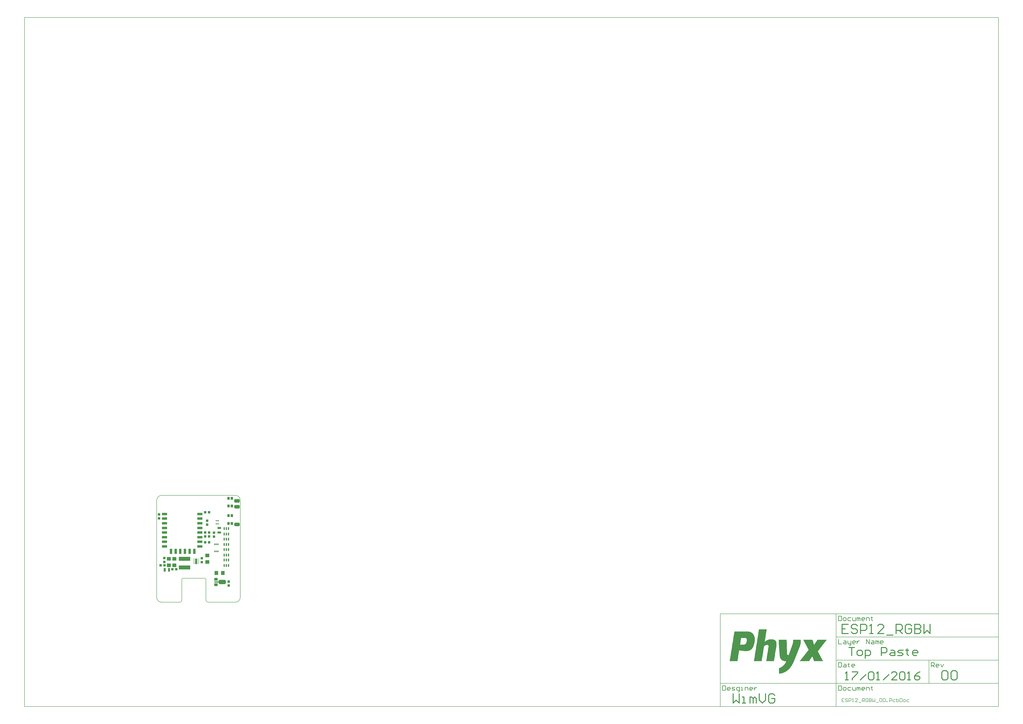
<source format=gtp>
G04 Layer_Color=8421504*
%FSLAX25Y25*%
%MOIN*%
G70*
G01*
G75*
%ADD13R,0.04331X0.03937*%
%ADD14R,0.03937X0.04331*%
%ADD15R,0.01181X0.02362*%
%ADD16R,0.03543X0.05906*%
%ADD17R,0.08858X0.03937*%
%ADD18R,0.03937X0.08858*%
%ADD19R,0.19685X0.07087*%
%ADD20R,0.03307X0.09449*%
%ADD21R,0.01969X0.00984*%
%ADD22R,0.02362X0.04528*%
%ADD23R,0.05512X0.02362*%
%ADD24R,0.07087X0.02362*%
G04:AMPARAMS|DCode=25|XSize=74.8mil|YSize=125.98mil|CornerRadius=0mil|HoleSize=0mil|Usage=FLASHONLY|Rotation=90.000|XOffset=0mil|YOffset=0mil|HoleType=Round|Shape=Octagon|*
%AMOCTAGOND25*
4,1,8,-0.06299,-0.01870,-0.06299,0.01870,-0.04429,0.03740,0.04429,0.03740,0.06299,0.01870,0.06299,-0.01870,0.04429,-0.03740,-0.04429,-0.03740,-0.06299,-0.01870,0.0*
%
%ADD25OCTAGOND25*%

%ADD26R,0.05906X0.02756*%
%ADD27R,0.01181X0.03150*%
%ADD29R,0.05906X0.03543*%
%ADD30R,0.07087X0.06299*%
%ADD31R,0.06299X0.07087*%
%ADD32R,0.04134X0.04528*%
G04:AMPARAMS|DCode=33|XSize=90.55mil|YSize=59.06mil|CornerRadius=14.76mil|HoleSize=0mil|Usage=FLASHONLY|Rotation=180.000|XOffset=0mil|YOffset=0mil|HoleType=Round|Shape=RoundedRectangle|*
%AMROUNDEDRECTD33*
21,1,0.09055,0.02953,0,0,180.0*
21,1,0.06102,0.05906,0,0,180.0*
1,1,0.02953,-0.03051,0.01476*
1,1,0.02953,0.03051,0.01476*
1,1,0.02953,0.03051,-0.01476*
1,1,0.02953,-0.03051,-0.01476*
%
%ADD33ROUNDEDRECTD33*%
%ADD34C,0.00984*%
%ADD35C,0.01575*%
%ADD36C,0.00787*%
G36*
X1093521Y-64032D02*
Y-64318D01*
Y-64605D01*
Y-64891D01*
Y-65177D01*
Y-65464D01*
Y-65750D01*
Y-66036D01*
Y-66322D01*
Y-66609D01*
Y-66895D01*
Y-67181D01*
Y-67468D01*
Y-67754D01*
Y-68040D01*
Y-68327D01*
Y-68613D01*
Y-68899D01*
Y-69186D01*
Y-69472D01*
Y-69758D01*
X1093234D01*
Y-70044D01*
Y-70331D01*
Y-70617D01*
Y-70903D01*
Y-71190D01*
X1092948D01*
Y-71476D01*
Y-71762D01*
Y-72049D01*
Y-72335D01*
X1092662D01*
Y-72621D01*
Y-72908D01*
Y-73194D01*
Y-73480D01*
X1092375D01*
Y-73767D01*
Y-74053D01*
Y-74339D01*
X1092089D01*
Y-74625D01*
Y-74912D01*
Y-75198D01*
X1091803D01*
Y-75485D01*
Y-75771D01*
Y-76057D01*
X1091516D01*
Y-76343D01*
Y-76630D01*
Y-76916D01*
X1091230D01*
Y-77202D01*
Y-77489D01*
X1090944D01*
Y-77775D01*
Y-78061D01*
X1090657D01*
Y-78348D01*
Y-78634D01*
Y-78920D01*
X1090371D01*
Y-79207D01*
Y-79493D01*
X1090085D01*
Y-79779D01*
Y-80066D01*
Y-80352D01*
X1089799D01*
Y-80638D01*
Y-80924D01*
X1089512D01*
Y-81211D01*
Y-81497D01*
Y-81783D01*
X1089226D01*
Y-82070D01*
Y-82356D01*
X1088939D01*
Y-82642D01*
Y-82929D01*
Y-83215D01*
X1088653D01*
Y-83501D01*
Y-83788D01*
X1088367D01*
Y-84074D01*
Y-84360D01*
Y-84646D01*
X1088081D01*
Y-84933D01*
Y-85219D01*
X1087794D01*
Y-85505D01*
Y-85792D01*
Y-86078D01*
X1087508D01*
Y-86364D01*
Y-86651D01*
X1087222D01*
Y-86937D01*
Y-87223D01*
Y-87510D01*
X1086935D01*
Y-87796D01*
Y-88082D01*
X1086649D01*
Y-88369D01*
Y-88655D01*
Y-88941D01*
X1086363D01*
Y-89227D01*
Y-89514D01*
X1086076D01*
Y-89800D01*
Y-90086D01*
Y-90373D01*
X1085790D01*
Y-90659D01*
Y-90945D01*
X1085504D01*
Y-91232D01*
Y-91518D01*
Y-91804D01*
X1085217D01*
Y-92091D01*
Y-92377D01*
X1084931D01*
Y-92663D01*
Y-92950D01*
Y-93236D01*
X1084645D01*
Y-93522D01*
Y-93809D01*
X1084359D01*
Y-94095D01*
Y-94381D01*
Y-94667D01*
X1084072D01*
Y-94954D01*
Y-95240D01*
X1083786D01*
Y-95526D01*
Y-95813D01*
Y-96099D01*
X1083500D01*
Y-96385D01*
Y-96672D01*
X1083213D01*
Y-96958D01*
Y-97244D01*
Y-97531D01*
X1082927D01*
Y-97817D01*
Y-98103D01*
X1082641D01*
Y-98390D01*
Y-98676D01*
Y-98962D01*
X1082354D01*
Y-99248D01*
Y-99535D01*
X1082068D01*
Y-99821D01*
Y-100107D01*
Y-100394D01*
X1081782D01*
Y-100680D01*
Y-100966D01*
X1081495D01*
Y-101253D01*
Y-101539D01*
X1081209D01*
Y-101825D01*
Y-102112D01*
X1080923D01*
Y-102398D01*
Y-102684D01*
Y-102971D01*
X1080637D01*
Y-103257D01*
X1080350D01*
Y-103543D01*
Y-103829D01*
Y-104116D01*
X1080064D01*
Y-104402D01*
X1079778D01*
Y-104688D01*
Y-104975D01*
X1079491D01*
Y-105261D01*
Y-105547D01*
X1079205D01*
Y-105834D01*
Y-106120D01*
X1078919D01*
Y-106406D01*
Y-106693D01*
X1078632D01*
Y-106979D01*
X1078346D01*
Y-107265D01*
Y-107552D01*
X1078060D01*
Y-107838D01*
Y-108124D01*
X1077773D01*
Y-108410D01*
X1077487D01*
Y-108697D01*
X1077201D01*
Y-108983D01*
Y-109269D01*
X1076914D01*
Y-109556D01*
X1076628D01*
Y-109842D01*
Y-110128D01*
X1076342D01*
Y-110415D01*
X1076056D01*
Y-110701D01*
X1075769D01*
Y-110987D01*
Y-111274D01*
X1075483D01*
Y-111560D01*
X1075196D01*
Y-111846D01*
X1074910D01*
Y-112133D01*
X1074624D01*
Y-112419D01*
X1074338D01*
Y-112705D01*
Y-112991D01*
X1074051D01*
Y-113278D01*
X1073765D01*
Y-113564D01*
X1073479D01*
Y-113850D01*
X1073192D01*
Y-114137D01*
X1072906D01*
Y-114423D01*
X1072620D01*
Y-114709D01*
X1072333D01*
Y-114996D01*
X1071761D01*
Y-115282D01*
X1071474D01*
Y-115568D01*
X1071188D01*
Y-115855D01*
X1070902D01*
Y-116141D01*
X1070615D01*
Y-116427D01*
X1070043D01*
Y-116714D01*
X1069757D01*
Y-117000D01*
X1069184D01*
Y-117286D01*
X1068898D01*
Y-117572D01*
X1068325D01*
Y-117859D01*
X1068039D01*
Y-118145D01*
X1067466D01*
Y-118431D01*
X1066893D01*
Y-118718D01*
X1066321D01*
Y-119004D01*
X1065748D01*
Y-119290D01*
X1065176D01*
Y-119577D01*
X1064317D01*
Y-119863D01*
X1063744D01*
Y-120149D01*
X1062885D01*
Y-120436D01*
X1061740D01*
Y-120722D01*
X1060595D01*
Y-121008D01*
X1058877D01*
Y-121294D01*
X1056872D01*
Y-121581D01*
X1056586D01*
Y-121294D01*
Y-121008D01*
Y-120722D01*
Y-120436D01*
Y-120149D01*
Y-119863D01*
Y-119577D01*
Y-119290D01*
Y-119004D01*
Y-118718D01*
Y-118431D01*
Y-118145D01*
Y-117859D01*
Y-117572D01*
Y-117286D01*
Y-117000D01*
Y-116714D01*
Y-116427D01*
Y-116141D01*
Y-115855D01*
Y-115568D01*
Y-115282D01*
Y-114996D01*
Y-114709D01*
Y-114423D01*
Y-114137D01*
Y-113850D01*
Y-113564D01*
Y-113278D01*
Y-112991D01*
Y-112705D01*
Y-112419D01*
Y-112133D01*
X1057159D01*
Y-111846D01*
X1057731D01*
Y-111560D01*
X1058304D01*
Y-111274D01*
X1058877D01*
Y-110987D01*
X1059449D01*
Y-110701D01*
X1060022D01*
Y-110415D01*
X1060308D01*
Y-110128D01*
X1060881D01*
Y-109842D01*
X1061167D01*
Y-109556D01*
X1061740D01*
Y-109269D01*
X1062026D01*
Y-108983D01*
X1062312D01*
Y-108697D01*
X1062885D01*
Y-108410D01*
X1063171D01*
Y-108124D01*
X1063458D01*
Y-107838D01*
X1063744D01*
Y-107552D01*
X1064030D01*
Y-107265D01*
X1064317D01*
Y-106979D01*
X1064603D01*
Y-106693D01*
X1064889D01*
Y-106406D01*
X1065176D01*
Y-106120D01*
X1065462D01*
Y-105834D01*
X1065748D01*
Y-105547D01*
X1066035D01*
Y-105261D01*
Y-104975D01*
X1066321D01*
Y-104688D01*
X1066607D01*
Y-104402D01*
X1066893D01*
Y-104116D01*
Y-103829D01*
X1067180D01*
Y-103543D01*
X1067466D01*
Y-103257D01*
Y-102971D01*
X1067752D01*
Y-102684D01*
Y-102398D01*
X1068039D01*
Y-102112D01*
X1068325D01*
Y-101825D01*
Y-101539D01*
X1068611D01*
Y-101253D01*
Y-100966D01*
X1068898D01*
Y-100680D01*
Y-100394D01*
X1067180D01*
Y-100107D01*
X1065176D01*
Y-99821D01*
X1064030D01*
Y-99535D01*
X1063458D01*
Y-99248D01*
X1062599D01*
Y-98962D01*
X1062026D01*
Y-98676D01*
X1061740D01*
Y-98390D01*
X1061167D01*
Y-98103D01*
X1060881D01*
Y-97817D01*
X1060595D01*
Y-97531D01*
X1060308D01*
Y-97244D01*
X1060022D01*
Y-96958D01*
X1059736D01*
Y-96672D01*
Y-96385D01*
X1059449D01*
Y-96099D01*
X1059163D01*
Y-95813D01*
Y-95526D01*
X1058877D01*
Y-95240D01*
Y-94954D01*
X1058590D01*
Y-94667D01*
Y-94381D01*
X1058304D01*
Y-94095D01*
Y-93809D01*
Y-93522D01*
X1058018D01*
Y-93236D01*
Y-92950D01*
Y-92663D01*
Y-92377D01*
X1057731D01*
Y-92091D01*
Y-91804D01*
Y-91518D01*
Y-91232D01*
Y-90945D01*
Y-90659D01*
Y-90373D01*
X1057445D01*
Y-90086D01*
Y-89800D01*
Y-89514D01*
Y-89227D01*
Y-88941D01*
Y-88655D01*
Y-88369D01*
Y-88082D01*
Y-87796D01*
Y-87510D01*
Y-87223D01*
Y-86937D01*
Y-86651D01*
Y-86364D01*
Y-86078D01*
X1057159D01*
Y-85792D01*
Y-85505D01*
Y-85219D01*
Y-84933D01*
Y-84646D01*
Y-84360D01*
Y-84074D01*
Y-83788D01*
Y-83501D01*
Y-83215D01*
Y-82929D01*
Y-82642D01*
Y-82356D01*
Y-82070D01*
Y-81783D01*
X1056872D01*
Y-81497D01*
Y-81211D01*
Y-80924D01*
Y-80638D01*
Y-80352D01*
Y-80066D01*
Y-79779D01*
Y-79493D01*
Y-79207D01*
Y-78920D01*
Y-78634D01*
Y-78348D01*
Y-78061D01*
Y-77775D01*
Y-77489D01*
Y-77202D01*
X1056586D01*
Y-76916D01*
Y-76630D01*
Y-76343D01*
Y-76057D01*
Y-75771D01*
Y-75485D01*
Y-75198D01*
Y-74912D01*
Y-74625D01*
Y-74339D01*
Y-74053D01*
Y-73767D01*
Y-73480D01*
Y-73194D01*
Y-72908D01*
Y-72621D01*
X1056300D01*
Y-72335D01*
Y-72049D01*
Y-71762D01*
Y-71476D01*
Y-71190D01*
Y-70903D01*
Y-70617D01*
Y-70331D01*
Y-70044D01*
Y-69758D01*
Y-69472D01*
Y-69186D01*
Y-68899D01*
Y-68613D01*
X1056014D01*
Y-68327D01*
Y-68040D01*
Y-67754D01*
Y-67468D01*
Y-67181D01*
Y-66895D01*
Y-66609D01*
Y-66322D01*
Y-66036D01*
Y-65750D01*
Y-65464D01*
Y-65177D01*
Y-64891D01*
Y-64605D01*
Y-64318D01*
Y-64032D01*
X1055727D01*
Y-63746D01*
X1069470D01*
Y-64032D01*
Y-64318D01*
Y-64605D01*
Y-64891D01*
Y-65177D01*
Y-65464D01*
Y-65750D01*
Y-66036D01*
Y-66322D01*
Y-66609D01*
Y-66895D01*
Y-67181D01*
Y-67468D01*
Y-67754D01*
X1069757D01*
Y-68040D01*
Y-68327D01*
Y-68613D01*
Y-68899D01*
Y-69186D01*
Y-69472D01*
Y-69758D01*
Y-70044D01*
Y-70331D01*
Y-70617D01*
Y-70903D01*
Y-71190D01*
Y-71476D01*
Y-71762D01*
Y-72049D01*
Y-72335D01*
Y-72621D01*
Y-72908D01*
Y-73194D01*
Y-73480D01*
Y-73767D01*
Y-74053D01*
Y-74339D01*
Y-74625D01*
Y-74912D01*
Y-75198D01*
Y-75485D01*
Y-75771D01*
Y-76057D01*
Y-76343D01*
Y-76630D01*
Y-76916D01*
Y-77202D01*
Y-77489D01*
Y-77775D01*
Y-78061D01*
Y-78348D01*
Y-78634D01*
Y-78920D01*
Y-79207D01*
Y-79493D01*
X1070043D01*
Y-79779D01*
X1069757D01*
Y-80066D01*
Y-80352D01*
X1070043D01*
Y-80638D01*
Y-80924D01*
Y-81211D01*
Y-81497D01*
Y-81783D01*
Y-82070D01*
Y-82356D01*
Y-82642D01*
Y-82929D01*
Y-83215D01*
Y-83501D01*
Y-83788D01*
Y-84074D01*
Y-84360D01*
Y-84646D01*
Y-84933D01*
Y-85219D01*
Y-85505D01*
Y-85792D01*
Y-86078D01*
Y-86364D01*
Y-86651D01*
Y-86937D01*
Y-87223D01*
Y-87510D01*
Y-87796D01*
X1070329D01*
Y-88082D01*
Y-88369D01*
Y-88655D01*
X1070615D01*
Y-88941D01*
X1070902D01*
Y-89227D01*
X1071188D01*
Y-89514D01*
X1072047D01*
Y-89800D01*
X1072906D01*
Y-89514D01*
X1073192D01*
Y-89227D01*
Y-88941D01*
Y-88655D01*
X1073479D01*
Y-88369D01*
Y-88082D01*
X1073765D01*
Y-87796D01*
Y-87510D01*
Y-87223D01*
X1074051D01*
Y-86937D01*
Y-86651D01*
Y-86364D01*
X1074338D01*
Y-86078D01*
Y-85792D01*
Y-85505D01*
X1074624D01*
Y-85219D01*
Y-84933D01*
Y-84646D01*
X1074910D01*
Y-84360D01*
Y-84074D01*
X1075196D01*
Y-83788D01*
Y-83501D01*
Y-83215D01*
X1075483D01*
Y-82929D01*
Y-82642D01*
Y-82356D01*
X1075769D01*
Y-82070D01*
Y-81783D01*
Y-81497D01*
X1076056D01*
Y-81211D01*
Y-80924D01*
X1076342D01*
Y-80638D01*
Y-80352D01*
Y-80066D01*
X1076628D01*
Y-79779D01*
Y-79493D01*
Y-79207D01*
X1076914D01*
Y-78920D01*
Y-78634D01*
Y-78348D01*
X1077201D01*
Y-78061D01*
Y-77775D01*
X1077487D01*
Y-77489D01*
Y-77202D01*
Y-76916D01*
X1077773D01*
Y-76630D01*
Y-76343D01*
Y-76057D01*
X1078060D01*
Y-75771D01*
Y-75485D01*
Y-75198D01*
X1078346D01*
Y-74912D01*
Y-74625D01*
X1078632D01*
Y-74339D01*
Y-74053D01*
Y-73767D01*
X1078919D01*
Y-73480D01*
Y-73194D01*
Y-72908D01*
X1079205D01*
Y-72621D01*
Y-72335D01*
Y-72049D01*
X1079491D01*
Y-71762D01*
Y-71476D01*
Y-71190D01*
Y-70903D01*
X1079778D01*
Y-70617D01*
Y-70331D01*
Y-70044D01*
Y-69758D01*
X1080064D01*
Y-69472D01*
Y-69186D01*
Y-68899D01*
Y-68613D01*
Y-68327D01*
X1080350D01*
Y-68040D01*
Y-67754D01*
Y-67468D01*
Y-67181D01*
Y-66895D01*
Y-66609D01*
X1080637D01*
Y-66322D01*
Y-66036D01*
Y-65750D01*
Y-65464D01*
Y-65177D01*
Y-64891D01*
Y-64605D01*
Y-64318D01*
Y-64032D01*
Y-63746D01*
X1093521D01*
Y-64032D01*
D02*
G37*
G36*
X1035685Y-46567D02*
Y-46853D01*
X1035399D01*
Y-47139D01*
Y-47426D01*
Y-47712D01*
Y-47998D01*
Y-48285D01*
Y-48571D01*
X1035113D01*
Y-48857D01*
Y-49144D01*
Y-49430D01*
Y-49716D01*
Y-50003D01*
Y-50289D01*
X1034826D01*
Y-50575D01*
Y-50862D01*
Y-51148D01*
Y-51434D01*
Y-51720D01*
Y-52007D01*
Y-52293D01*
X1034540D01*
Y-52579D01*
Y-52866D01*
Y-53152D01*
Y-53438D01*
Y-53725D01*
Y-54011D01*
X1034254D01*
Y-54297D01*
Y-54584D01*
Y-54870D01*
Y-55156D01*
Y-55443D01*
Y-55729D01*
X1033967D01*
Y-56015D01*
Y-56301D01*
Y-56588D01*
Y-56874D01*
Y-57161D01*
Y-57447D01*
Y-57733D01*
X1033681D01*
Y-58019D01*
Y-58306D01*
Y-58592D01*
Y-58878D01*
Y-59165D01*
Y-59451D01*
X1033395D01*
Y-59737D01*
Y-60024D01*
Y-60310D01*
Y-60596D01*
Y-60883D01*
Y-61169D01*
X1033109D01*
Y-61455D01*
Y-61742D01*
Y-62028D01*
Y-62314D01*
Y-62600D01*
Y-62887D01*
X1032822D01*
Y-63173D01*
Y-63459D01*
Y-63746D01*
Y-64032D01*
Y-64318D01*
Y-64605D01*
Y-64891D01*
X1032536D01*
Y-65177D01*
Y-65464D01*
Y-65750D01*
Y-66036D01*
Y-66322D01*
Y-66609D01*
X1032250D01*
Y-66895D01*
Y-67181D01*
X1032822D01*
Y-66895D01*
X1033109D01*
Y-66609D01*
X1033395D01*
Y-66322D01*
X1033967D01*
Y-66036D01*
X1034254D01*
Y-65750D01*
X1034540D01*
Y-65464D01*
X1035113D01*
Y-65177D01*
X1035685D01*
Y-64891D01*
X1035972D01*
Y-64605D01*
X1036544D01*
Y-64318D01*
X1037403D01*
Y-64032D01*
X1037976D01*
Y-63746D01*
X1038835D01*
Y-63459D01*
X1040266D01*
Y-63173D01*
X1046565D01*
Y-63459D01*
X1047711D01*
Y-63746D01*
X1048569D01*
Y-64032D01*
X1049142D01*
Y-64318D01*
X1049428D01*
Y-64605D01*
X1050001D01*
Y-64891D01*
X1050287D01*
Y-65177D01*
X1050574D01*
Y-65464D01*
X1050860D01*
Y-65750D01*
X1051146D01*
Y-66036D01*
Y-66322D01*
X1051433D01*
Y-66609D01*
Y-66895D01*
X1051719D01*
Y-67181D01*
Y-67468D01*
Y-67754D01*
X1052005D01*
Y-68040D01*
Y-68327D01*
Y-68613D01*
Y-68899D01*
X1052291D01*
Y-69186D01*
Y-69472D01*
Y-69758D01*
Y-70044D01*
Y-70331D01*
Y-70617D01*
Y-70903D01*
Y-71190D01*
Y-71476D01*
Y-71762D01*
Y-72049D01*
Y-72335D01*
Y-72621D01*
Y-72908D01*
Y-73194D01*
Y-73480D01*
Y-73767D01*
Y-74053D01*
X1052005D01*
Y-74339D01*
Y-74625D01*
Y-74912D01*
Y-75198D01*
Y-75485D01*
Y-75771D01*
Y-76057D01*
X1051719D01*
Y-76343D01*
Y-76630D01*
Y-76916D01*
Y-77202D01*
Y-77489D01*
Y-77775D01*
Y-78061D01*
X1051433D01*
Y-78348D01*
Y-78634D01*
Y-78920D01*
Y-79207D01*
Y-79493D01*
Y-79779D01*
X1051146D01*
Y-80066D01*
Y-80352D01*
Y-80638D01*
Y-80924D01*
Y-81211D01*
Y-81497D01*
X1050860D01*
Y-81783D01*
Y-82070D01*
Y-82356D01*
Y-82642D01*
Y-82929D01*
Y-83215D01*
X1050574D01*
Y-83501D01*
Y-83788D01*
Y-84074D01*
Y-84360D01*
Y-84646D01*
Y-84933D01*
Y-85219D01*
X1050287D01*
Y-85505D01*
Y-85792D01*
Y-86078D01*
Y-86364D01*
Y-86651D01*
Y-86937D01*
X1050001D01*
Y-87223D01*
Y-87510D01*
Y-87796D01*
Y-88082D01*
Y-88369D01*
Y-88655D01*
X1049715D01*
Y-88941D01*
Y-89227D01*
Y-89514D01*
Y-89800D01*
Y-90086D01*
Y-90373D01*
Y-90659D01*
X1049428D01*
Y-90945D01*
Y-91232D01*
Y-91518D01*
Y-91804D01*
Y-92091D01*
Y-92377D01*
X1049142D01*
Y-92663D01*
Y-92950D01*
Y-93236D01*
Y-93522D01*
Y-93809D01*
Y-94095D01*
X1048856D01*
Y-94381D01*
Y-94667D01*
Y-94954D01*
Y-95240D01*
Y-95526D01*
Y-95813D01*
X1048569D01*
Y-96099D01*
Y-96385D01*
Y-96672D01*
Y-96958D01*
Y-97244D01*
Y-97531D01*
Y-97817D01*
X1048283D01*
Y-98103D01*
Y-98390D01*
Y-98676D01*
Y-98962D01*
Y-99248D01*
Y-99535D01*
X1047997D01*
Y-99821D01*
Y-100107D01*
X1034826D01*
Y-99821D01*
Y-99535D01*
X1035113D01*
Y-99248D01*
Y-98962D01*
Y-98676D01*
Y-98390D01*
Y-98103D01*
Y-97817D01*
X1035399D01*
Y-97531D01*
Y-97244D01*
Y-96958D01*
Y-96672D01*
Y-96385D01*
Y-96099D01*
Y-95813D01*
X1035685D01*
Y-95526D01*
Y-95240D01*
Y-94954D01*
Y-94667D01*
Y-94381D01*
Y-94095D01*
X1035972D01*
Y-93809D01*
Y-93522D01*
Y-93236D01*
Y-92950D01*
Y-92663D01*
Y-92377D01*
X1036258D01*
Y-92091D01*
Y-91804D01*
Y-91518D01*
Y-91232D01*
Y-90945D01*
Y-90659D01*
Y-90373D01*
X1036544D01*
Y-90086D01*
Y-89800D01*
Y-89514D01*
Y-89227D01*
Y-88941D01*
Y-88655D01*
X1036831D01*
Y-88369D01*
Y-88082D01*
Y-87796D01*
Y-87510D01*
Y-87223D01*
Y-86937D01*
Y-86651D01*
X1037117D01*
Y-86364D01*
Y-86078D01*
Y-85792D01*
Y-85505D01*
Y-85219D01*
Y-84933D01*
X1037403D01*
Y-84646D01*
Y-84360D01*
Y-84074D01*
Y-83788D01*
Y-83501D01*
Y-83215D01*
X1037689D01*
Y-82929D01*
Y-82642D01*
Y-82356D01*
Y-82070D01*
Y-81783D01*
Y-81497D01*
X1037976D01*
Y-81211D01*
Y-80924D01*
Y-80638D01*
Y-80352D01*
Y-80066D01*
Y-79779D01*
Y-79493D01*
X1038262D01*
Y-79207D01*
Y-78920D01*
Y-78634D01*
Y-78348D01*
Y-78061D01*
Y-77775D01*
X1038548D01*
Y-77489D01*
Y-77202D01*
Y-76916D01*
Y-76630D01*
Y-76343D01*
Y-76057D01*
Y-75771D01*
X1038835D01*
Y-75485D01*
Y-75198D01*
Y-74912D01*
Y-74625D01*
Y-74339D01*
Y-74053D01*
X1038548D01*
Y-73767D01*
Y-73480D01*
X1038262D01*
Y-73194D01*
X1037976D01*
Y-72908D01*
X1037403D01*
Y-72621D01*
X1035685D01*
Y-72908D01*
X1034254D01*
Y-73194D01*
X1033395D01*
Y-73480D01*
X1032822D01*
Y-73767D01*
X1032536D01*
Y-74053D01*
X1031963D01*
Y-74339D01*
X1031677D01*
Y-74625D01*
X1031391D01*
Y-74912D01*
Y-75198D01*
X1031104D01*
Y-75485D01*
Y-75771D01*
Y-76057D01*
X1030818D01*
Y-76343D01*
Y-76630D01*
Y-76916D01*
Y-77202D01*
Y-77489D01*
Y-77775D01*
X1030532D01*
Y-78061D01*
Y-78348D01*
Y-78634D01*
Y-78920D01*
Y-79207D01*
Y-79493D01*
Y-79779D01*
X1030245D01*
Y-80066D01*
Y-80352D01*
Y-80638D01*
Y-80924D01*
Y-81211D01*
Y-81497D01*
X1029959D01*
Y-81783D01*
Y-82070D01*
Y-82356D01*
Y-82642D01*
Y-82929D01*
Y-83215D01*
X1029673D01*
Y-83501D01*
Y-83788D01*
Y-84074D01*
Y-84360D01*
Y-84646D01*
Y-84933D01*
X1029387D01*
Y-85219D01*
Y-85505D01*
Y-85792D01*
Y-86078D01*
Y-86364D01*
Y-86651D01*
Y-86937D01*
X1029100D01*
Y-87223D01*
Y-87510D01*
Y-87796D01*
Y-88082D01*
Y-88369D01*
Y-88655D01*
X1028814D01*
Y-88941D01*
Y-89227D01*
Y-89514D01*
Y-89800D01*
Y-90086D01*
Y-90373D01*
X1028528D01*
Y-90659D01*
Y-90945D01*
Y-91232D01*
Y-91518D01*
Y-91804D01*
Y-92091D01*
Y-92377D01*
X1028241D01*
Y-92663D01*
Y-92950D01*
Y-93236D01*
Y-93522D01*
Y-93809D01*
Y-94095D01*
X1027955D01*
Y-94381D01*
Y-94667D01*
Y-94954D01*
Y-95240D01*
Y-95526D01*
Y-95813D01*
X1027669D01*
Y-96099D01*
Y-96385D01*
Y-96672D01*
Y-96958D01*
Y-97244D01*
Y-97531D01*
X1027382D01*
Y-97817D01*
Y-98103D01*
Y-98390D01*
Y-98676D01*
Y-98962D01*
Y-99248D01*
Y-99535D01*
X1027096D01*
Y-99821D01*
Y-100107D01*
X1013926D01*
Y-99821D01*
Y-99535D01*
X1014212D01*
Y-99248D01*
Y-98962D01*
Y-98676D01*
Y-98390D01*
Y-98103D01*
Y-97817D01*
Y-97531D01*
X1014498D01*
Y-97244D01*
Y-96958D01*
Y-96672D01*
Y-96385D01*
Y-96099D01*
Y-95813D01*
X1014785D01*
Y-95526D01*
Y-95240D01*
Y-94954D01*
Y-94667D01*
Y-94381D01*
Y-94095D01*
X1015071D01*
Y-93809D01*
Y-93522D01*
Y-93236D01*
Y-92950D01*
Y-92663D01*
Y-92377D01*
Y-92091D01*
X1015357D01*
Y-91804D01*
Y-91518D01*
Y-91232D01*
Y-90945D01*
Y-90659D01*
Y-90373D01*
X1015643D01*
Y-90086D01*
Y-89800D01*
Y-89514D01*
Y-89227D01*
Y-88941D01*
Y-88655D01*
X1015930D01*
Y-88369D01*
Y-88082D01*
Y-87796D01*
Y-87510D01*
Y-87223D01*
Y-86937D01*
X1016216D01*
Y-86651D01*
Y-86364D01*
Y-86078D01*
Y-85792D01*
Y-85505D01*
Y-85219D01*
Y-84933D01*
X1016502D01*
Y-84646D01*
Y-84360D01*
Y-84074D01*
Y-83788D01*
Y-83501D01*
Y-83215D01*
X1016789D01*
Y-82929D01*
Y-82642D01*
Y-82356D01*
Y-82070D01*
Y-81783D01*
Y-81497D01*
X1017075D01*
Y-81211D01*
Y-80924D01*
Y-80638D01*
Y-80352D01*
Y-80066D01*
Y-79779D01*
Y-79493D01*
X1017361D01*
Y-79207D01*
Y-78920D01*
Y-78634D01*
Y-78348D01*
Y-78061D01*
Y-77775D01*
X1017648D01*
Y-77489D01*
Y-77202D01*
Y-76916D01*
Y-76630D01*
Y-76343D01*
Y-76057D01*
X1017934D01*
Y-75771D01*
Y-75485D01*
Y-75198D01*
Y-74912D01*
Y-74625D01*
Y-74339D01*
X1018220D01*
Y-74053D01*
Y-73767D01*
Y-73480D01*
Y-73194D01*
Y-72908D01*
Y-72621D01*
Y-72335D01*
X1018507D01*
Y-72049D01*
Y-71762D01*
Y-71476D01*
Y-71190D01*
Y-70903D01*
Y-70617D01*
X1018793D01*
Y-70331D01*
Y-70044D01*
Y-69758D01*
Y-69472D01*
Y-69186D01*
Y-68899D01*
X1019079D01*
Y-68613D01*
Y-68327D01*
Y-68040D01*
Y-67754D01*
Y-67468D01*
Y-67181D01*
X1019366D01*
Y-66895D01*
Y-66609D01*
Y-66322D01*
Y-66036D01*
Y-65750D01*
Y-65464D01*
Y-65177D01*
X1019652D01*
Y-64891D01*
Y-64605D01*
Y-64318D01*
Y-64032D01*
Y-63746D01*
Y-63459D01*
X1019938D01*
Y-63173D01*
Y-62887D01*
Y-62600D01*
Y-62314D01*
Y-62028D01*
Y-61742D01*
X1020224D01*
Y-61455D01*
Y-61169D01*
Y-60883D01*
Y-60596D01*
Y-60310D01*
Y-60024D01*
Y-59737D01*
X1020511D01*
Y-59451D01*
Y-59165D01*
Y-58878D01*
Y-58592D01*
Y-58306D01*
Y-58019D01*
X1020797D01*
Y-57733D01*
Y-57447D01*
Y-57161D01*
Y-56874D01*
Y-56588D01*
Y-56301D01*
X1021083D01*
Y-56015D01*
Y-55729D01*
Y-55443D01*
Y-55156D01*
Y-54870D01*
Y-54584D01*
X1021370D01*
Y-54297D01*
Y-54011D01*
Y-53725D01*
Y-53438D01*
Y-53152D01*
Y-52866D01*
Y-52579D01*
X1021656D01*
Y-52293D01*
Y-52007D01*
Y-51720D01*
Y-51434D01*
Y-51148D01*
Y-50862D01*
X1021942D01*
Y-50575D01*
Y-50289D01*
Y-50003D01*
Y-49716D01*
Y-49430D01*
Y-49144D01*
X1022229D01*
Y-48857D01*
Y-48571D01*
Y-48285D01*
Y-47998D01*
Y-47712D01*
Y-47426D01*
Y-47139D01*
X1022515D01*
Y-46853D01*
Y-46567D01*
Y-46281D01*
X1035685D01*
Y-46567D01*
D02*
G37*
G36*
X1004477Y-50003D02*
X1006195D01*
Y-50289D01*
X1007054D01*
Y-50575D01*
X1007913D01*
Y-50862D01*
X1008772D01*
Y-51148D01*
X1009345D01*
Y-51434D01*
X1009631D01*
Y-51720D01*
X1010203D01*
Y-52007D01*
X1010490D01*
Y-52293D01*
X1011062D01*
Y-52579D01*
X1011349D01*
Y-52866D01*
X1011635D01*
Y-53152D01*
X1011921D01*
Y-53438D01*
X1012208D01*
Y-53725D01*
X1012494D01*
Y-54011D01*
X1012780D01*
Y-54297D01*
Y-54584D01*
X1013067D01*
Y-54870D01*
X1013353D01*
Y-55156D01*
Y-55443D01*
X1013639D01*
Y-55729D01*
X1013926D01*
Y-56015D01*
Y-56301D01*
X1014212D01*
Y-56588D01*
Y-56874D01*
Y-57161D01*
X1014498D01*
Y-57447D01*
Y-57733D01*
Y-58019D01*
X1014785D01*
Y-58306D01*
Y-58592D01*
Y-58878D01*
Y-59165D01*
X1015071D01*
Y-59451D01*
Y-59737D01*
Y-60024D01*
Y-60310D01*
Y-60596D01*
X1015357D01*
Y-60883D01*
Y-61169D01*
Y-61455D01*
Y-61742D01*
Y-62028D01*
Y-62314D01*
Y-62600D01*
Y-62887D01*
Y-63173D01*
Y-63459D01*
Y-63746D01*
Y-64032D01*
Y-64318D01*
Y-64605D01*
Y-64891D01*
Y-65177D01*
Y-65464D01*
Y-65750D01*
Y-66036D01*
Y-66322D01*
X1015071D01*
Y-66609D01*
Y-66895D01*
Y-67181D01*
Y-67468D01*
Y-67754D01*
Y-68040D01*
Y-68327D01*
X1014785D01*
Y-68613D01*
Y-68899D01*
Y-69186D01*
Y-69472D01*
Y-69758D01*
X1014498D01*
Y-70044D01*
Y-70331D01*
Y-70617D01*
Y-70903D01*
Y-71190D01*
X1014212D01*
Y-71476D01*
Y-71762D01*
Y-72049D01*
X1013926D01*
Y-72335D01*
Y-72621D01*
Y-72908D01*
Y-73194D01*
X1013639D01*
Y-73480D01*
Y-73767D01*
Y-74053D01*
X1013353D01*
Y-74339D01*
Y-74625D01*
X1013067D01*
Y-74912D01*
Y-75198D01*
Y-75485D01*
X1012780D01*
Y-75771D01*
Y-76057D01*
X1012494D01*
Y-76343D01*
Y-76630D01*
X1012208D01*
Y-76916D01*
Y-77202D01*
X1011921D01*
Y-77489D01*
X1011635D01*
Y-77775D01*
Y-78061D01*
X1011349D01*
Y-78348D01*
X1011062D01*
Y-78634D01*
X1010776D01*
Y-78920D01*
Y-79207D01*
X1010490D01*
Y-79493D01*
X1010203D01*
Y-79779D01*
X1009917D01*
Y-80066D01*
X1009631D01*
Y-80352D01*
X1009345D01*
Y-80638D01*
X1008772D01*
Y-80924D01*
X1008486D01*
Y-81211D01*
X1007913D01*
Y-81497D01*
X1007627D01*
Y-81783D01*
X1007054D01*
Y-82070D01*
X1006195D01*
Y-82356D01*
X1005336D01*
Y-82642D01*
X1004477D01*
Y-82929D01*
X1002759D01*
Y-83215D01*
X997606D01*
Y-82929D01*
X995029D01*
Y-82642D01*
X993025D01*
Y-82356D01*
X991593D01*
Y-82070D01*
X990162D01*
Y-81783D01*
X988730D01*
Y-82070D01*
Y-82356D01*
Y-82642D01*
Y-82929D01*
Y-83215D01*
Y-83501D01*
Y-83788D01*
X988444D01*
Y-84074D01*
Y-84360D01*
Y-84646D01*
Y-84933D01*
Y-85219D01*
Y-85505D01*
X988157D01*
Y-85792D01*
Y-86078D01*
Y-86364D01*
Y-86651D01*
Y-86937D01*
Y-87223D01*
X987871D01*
Y-87510D01*
Y-87796D01*
Y-88082D01*
Y-88369D01*
Y-88655D01*
Y-88941D01*
Y-89227D01*
X987585D01*
Y-89514D01*
Y-89800D01*
Y-90086D01*
Y-90373D01*
Y-90659D01*
Y-90945D01*
X987298D01*
Y-91232D01*
Y-91518D01*
Y-91804D01*
Y-92091D01*
Y-92377D01*
Y-92663D01*
X987012D01*
Y-92950D01*
Y-93236D01*
Y-93522D01*
Y-93809D01*
Y-94095D01*
Y-94381D01*
Y-94667D01*
X986726D01*
Y-94954D01*
Y-95240D01*
Y-95526D01*
Y-95813D01*
Y-96099D01*
Y-96385D01*
X986440D01*
Y-96672D01*
Y-96958D01*
Y-97244D01*
Y-97531D01*
Y-97817D01*
Y-98103D01*
X986153D01*
Y-98390D01*
Y-98676D01*
Y-98962D01*
Y-99248D01*
Y-99535D01*
Y-99821D01*
Y-100107D01*
X972696D01*
Y-99821D01*
X972983D01*
Y-99535D01*
Y-99248D01*
Y-98962D01*
Y-98676D01*
Y-98390D01*
X973269D01*
Y-98103D01*
Y-97817D01*
Y-97531D01*
Y-97244D01*
Y-96958D01*
Y-96672D01*
Y-96385D01*
X973555D01*
Y-96099D01*
Y-95813D01*
Y-95526D01*
Y-95240D01*
Y-94954D01*
Y-94667D01*
X973842D01*
Y-94381D01*
Y-94095D01*
Y-93809D01*
Y-93522D01*
Y-93236D01*
Y-92950D01*
X974128D01*
Y-92663D01*
Y-92377D01*
Y-92091D01*
Y-91804D01*
Y-91518D01*
Y-91232D01*
Y-90945D01*
X974414D01*
Y-90659D01*
Y-90373D01*
Y-90086D01*
Y-89800D01*
Y-89514D01*
Y-89227D01*
X974701D01*
Y-88941D01*
Y-88655D01*
Y-88369D01*
Y-88082D01*
Y-87796D01*
Y-87510D01*
X974987D01*
Y-87223D01*
Y-86937D01*
Y-86651D01*
Y-86364D01*
Y-86078D01*
Y-85792D01*
X975273D01*
Y-85505D01*
Y-85219D01*
Y-84933D01*
Y-84646D01*
Y-84360D01*
Y-84074D01*
Y-83788D01*
X975560D01*
Y-83501D01*
Y-83215D01*
Y-82929D01*
Y-82642D01*
Y-82356D01*
Y-82070D01*
X975846D01*
Y-81783D01*
Y-81497D01*
Y-81211D01*
Y-80924D01*
Y-80638D01*
Y-80352D01*
X976132D01*
Y-80066D01*
Y-79779D01*
Y-79493D01*
Y-79207D01*
Y-78920D01*
Y-78634D01*
X976419D01*
Y-78348D01*
Y-78061D01*
Y-77775D01*
Y-77489D01*
Y-77202D01*
Y-76916D01*
Y-76630D01*
X976705D01*
Y-76343D01*
Y-76057D01*
Y-75771D01*
Y-75485D01*
Y-75198D01*
Y-74912D01*
X976991D01*
Y-74625D01*
Y-74339D01*
Y-74053D01*
Y-73767D01*
Y-73480D01*
Y-73194D01*
X977277D01*
Y-72908D01*
Y-72621D01*
Y-72335D01*
Y-72049D01*
Y-71762D01*
Y-71476D01*
Y-71190D01*
X977564D01*
Y-70903D01*
Y-70617D01*
Y-70331D01*
Y-70044D01*
Y-69758D01*
Y-69472D01*
X977850D01*
Y-69186D01*
Y-68899D01*
Y-68613D01*
Y-68327D01*
Y-68040D01*
Y-67754D01*
X978137D01*
Y-67468D01*
Y-67181D01*
Y-66895D01*
Y-66609D01*
Y-66322D01*
Y-66036D01*
X978423D01*
Y-65750D01*
Y-65464D01*
Y-65177D01*
Y-64891D01*
Y-64605D01*
Y-64318D01*
Y-64032D01*
X978709D01*
Y-63746D01*
Y-63459D01*
Y-63173D01*
Y-62887D01*
Y-62600D01*
Y-62314D01*
X978995D01*
Y-62028D01*
Y-61742D01*
Y-61455D01*
Y-61169D01*
Y-60883D01*
Y-60596D01*
X979282D01*
Y-60310D01*
Y-60024D01*
Y-59737D01*
Y-59451D01*
Y-59165D01*
Y-58878D01*
Y-58592D01*
X979568D01*
Y-58306D01*
Y-58019D01*
Y-57733D01*
Y-57447D01*
Y-57161D01*
Y-56874D01*
X979854D01*
Y-56588D01*
Y-56301D01*
Y-56015D01*
Y-55729D01*
Y-55443D01*
Y-55156D01*
X980141D01*
Y-54870D01*
Y-54584D01*
Y-54297D01*
Y-54011D01*
Y-53725D01*
Y-53438D01*
Y-53152D01*
X980427D01*
Y-52866D01*
Y-52579D01*
Y-52293D01*
Y-52007D01*
Y-51720D01*
Y-51434D01*
X980713D01*
Y-51148D01*
Y-50862D01*
Y-50575D01*
Y-50289D01*
Y-50003D01*
Y-49716D01*
X1004477D01*
Y-50003D01*
D02*
G37*
G36*
X1137613Y-64032D02*
X1137326D01*
Y-64318D01*
X1137040D01*
Y-64605D01*
Y-64891D01*
X1136754D01*
Y-65177D01*
X1136467D01*
Y-65464D01*
X1136181D01*
Y-65750D01*
Y-66036D01*
X1135895D01*
Y-66322D01*
X1135608D01*
Y-66609D01*
X1135322D01*
Y-66895D01*
X1135036D01*
Y-67181D01*
Y-67468D01*
X1134750D01*
Y-67754D01*
X1134463D01*
Y-68040D01*
X1134177D01*
Y-68327D01*
Y-68613D01*
X1133891D01*
Y-68899D01*
X1133604D01*
Y-69186D01*
X1133318D01*
Y-69472D01*
X1133032D01*
Y-69758D01*
Y-70044D01*
X1132745D01*
Y-70331D01*
X1132459D01*
Y-70617D01*
X1132173D01*
Y-70903D01*
Y-71190D01*
X1131886D01*
Y-71476D01*
X1131600D01*
Y-71762D01*
X1131314D01*
Y-72049D01*
Y-72335D01*
X1131028D01*
Y-72621D01*
X1130741D01*
Y-72908D01*
X1130455D01*
Y-73194D01*
X1130169D01*
Y-73480D01*
Y-73767D01*
X1129882D01*
Y-74053D01*
X1129596D01*
Y-74339D01*
X1129310D01*
Y-74625D01*
Y-74912D01*
X1129023D01*
Y-75198D01*
X1128737D01*
Y-75485D01*
X1128451D01*
Y-75771D01*
Y-76057D01*
X1128164D01*
Y-76343D01*
X1127878D01*
Y-76630D01*
X1127592D01*
Y-76916D01*
X1127306D01*
Y-77202D01*
Y-77489D01*
X1127019D01*
Y-77775D01*
X1126733D01*
Y-78061D01*
X1126447D01*
Y-78348D01*
Y-78634D01*
X1126160D01*
Y-78920D01*
X1125874D01*
Y-79207D01*
X1125588D01*
Y-79493D01*
Y-79779D01*
X1125301D01*
Y-80066D01*
X1125015D01*
Y-80352D01*
X1124729D01*
Y-80638D01*
X1124442D01*
Y-80924D01*
Y-81211D01*
X1124156D01*
Y-81497D01*
X1123870D01*
Y-81783D01*
X1123583D01*
Y-82070D01*
Y-82356D01*
X1123297D01*
Y-82642D01*
X1123011D01*
Y-82929D01*
X1122725D01*
Y-83215D01*
X1122438D01*
Y-83501D01*
Y-83788D01*
X1122725D01*
Y-84074D01*
Y-84360D01*
X1123011D01*
Y-84646D01*
Y-84933D01*
X1123297D01*
Y-85219D01*
X1123583D01*
Y-85505D01*
Y-85792D01*
X1123870D01*
Y-86078D01*
Y-86364D01*
X1124156D01*
Y-86651D01*
Y-86937D01*
X1124442D01*
Y-87223D01*
Y-87510D01*
X1124729D01*
Y-87796D01*
Y-88082D01*
X1125015D01*
Y-88369D01*
Y-88655D01*
X1125301D01*
Y-88941D01*
Y-89227D01*
X1125588D01*
Y-89514D01*
Y-89800D01*
X1125874D01*
Y-90086D01*
X1126160D01*
Y-90373D01*
Y-90659D01*
X1126447D01*
Y-90945D01*
Y-91232D01*
X1126733D01*
Y-91518D01*
Y-91804D01*
X1127019D01*
Y-92091D01*
Y-92377D01*
X1127306D01*
Y-92663D01*
Y-92950D01*
X1127592D01*
Y-93236D01*
Y-93522D01*
X1127878D01*
Y-93809D01*
Y-94095D01*
X1128164D01*
Y-94381D01*
X1128451D01*
Y-94667D01*
Y-94954D01*
X1128737D01*
Y-95240D01*
Y-95526D01*
X1129023D01*
Y-95813D01*
Y-96099D01*
X1129310D01*
Y-96385D01*
Y-96672D01*
X1129596D01*
Y-96958D01*
Y-97244D01*
X1129882D01*
Y-97531D01*
Y-97817D01*
X1130169D01*
Y-98103D01*
Y-98390D01*
X1130455D01*
Y-98676D01*
X1130741D01*
Y-98962D01*
Y-99248D01*
X1131028D01*
Y-99535D01*
Y-99821D01*
X1131314D01*
Y-100107D01*
X1116139D01*
Y-99821D01*
X1115853D01*
Y-99535D01*
Y-99248D01*
Y-98962D01*
X1115567D01*
Y-98676D01*
Y-98390D01*
Y-98103D01*
X1115280D01*
Y-97817D01*
Y-97531D01*
X1114994D01*
Y-97244D01*
Y-96958D01*
Y-96672D01*
X1114708D01*
Y-96385D01*
Y-96099D01*
Y-95813D01*
X1114421D01*
Y-95526D01*
Y-95240D01*
X1114135D01*
Y-94954D01*
Y-94667D01*
Y-94381D01*
X1113849D01*
Y-94095D01*
Y-93809D01*
Y-93522D01*
X1113562D01*
Y-93236D01*
Y-92950D01*
Y-92663D01*
X1113276D01*
Y-92377D01*
X1112704D01*
Y-92663D01*
Y-92950D01*
X1112417D01*
Y-93236D01*
X1112131D01*
Y-93522D01*
Y-93809D01*
X1111845D01*
Y-94095D01*
X1111558D01*
Y-94381D01*
Y-94667D01*
X1111272D01*
Y-94954D01*
X1110986D01*
Y-95240D01*
Y-95526D01*
X1110699D01*
Y-95813D01*
X1110413D01*
Y-96099D01*
X1110127D01*
Y-96385D01*
Y-96672D01*
X1109840D01*
Y-96958D01*
X1109554D01*
Y-97244D01*
Y-97531D01*
X1109268D01*
Y-97817D01*
X1108981D01*
Y-98103D01*
Y-98390D01*
X1108695D01*
Y-98676D01*
X1108409D01*
Y-98962D01*
Y-99248D01*
X1108123D01*
Y-99535D01*
X1107836D01*
Y-99821D01*
Y-100107D01*
X1091803D01*
Y-99821D01*
X1092089D01*
Y-99535D01*
X1092375D01*
Y-99248D01*
X1092662D01*
Y-98962D01*
X1092948D01*
Y-98676D01*
Y-98390D01*
X1093234D01*
Y-98103D01*
X1093521D01*
Y-97817D01*
X1093807D01*
Y-97531D01*
X1094093D01*
Y-97244D01*
Y-96958D01*
X1094380D01*
Y-96672D01*
X1094666D01*
Y-96385D01*
X1094952D01*
Y-96099D01*
Y-95813D01*
X1095238D01*
Y-95526D01*
X1095525D01*
Y-95240D01*
X1095811D01*
Y-94954D01*
X1096097D01*
Y-94667D01*
Y-94381D01*
X1096384D01*
Y-94095D01*
X1096670D01*
Y-93809D01*
X1096956D01*
Y-93522D01*
X1097243D01*
Y-93236D01*
Y-92950D01*
X1097529D01*
Y-92663D01*
X1097815D01*
Y-92377D01*
X1098102D01*
Y-92091D01*
Y-91804D01*
X1098388D01*
Y-91518D01*
X1098674D01*
Y-91232D01*
X1098960D01*
Y-90945D01*
X1099247D01*
Y-90659D01*
Y-90373D01*
X1099533D01*
Y-90086D01*
X1099819D01*
Y-89800D01*
X1100106D01*
Y-89514D01*
Y-89227D01*
X1100392D01*
Y-88941D01*
X1100678D01*
Y-88655D01*
X1100965D01*
Y-88369D01*
X1101251D01*
Y-88082D01*
Y-87796D01*
X1101537D01*
Y-87510D01*
X1101824D01*
Y-87223D01*
X1102110D01*
Y-86937D01*
Y-86651D01*
X1102396D01*
Y-86364D01*
X1102683D01*
Y-86078D01*
X1102969D01*
Y-85792D01*
X1103255D01*
Y-85505D01*
Y-85219D01*
X1103541D01*
Y-84933D01*
X1103828D01*
Y-84646D01*
X1104114D01*
Y-84360D01*
X1104400D01*
Y-84074D01*
Y-83788D01*
X1104687D01*
Y-83501D01*
X1104973D01*
Y-83215D01*
X1105259D01*
Y-82929D01*
Y-82642D01*
X1105546D01*
Y-82356D01*
X1105832D01*
Y-82070D01*
X1106118D01*
Y-81783D01*
X1106405D01*
Y-81497D01*
Y-81211D01*
X1106691D01*
Y-80924D01*
Y-80638D01*
Y-80352D01*
X1106405D01*
Y-80066D01*
X1106118D01*
Y-79779D01*
Y-79493D01*
X1105832D01*
Y-79207D01*
Y-78920D01*
X1105546D01*
Y-78634D01*
Y-78348D01*
X1105259D01*
Y-78061D01*
Y-77775D01*
X1104973D01*
Y-77489D01*
Y-77202D01*
X1104687D01*
Y-76916D01*
Y-76630D01*
X1104400D01*
Y-76343D01*
X1104114D01*
Y-76057D01*
Y-75771D01*
X1103828D01*
Y-75485D01*
Y-75198D01*
X1103541D01*
Y-74912D01*
Y-74625D01*
X1103255D01*
Y-74339D01*
Y-74053D01*
X1102969D01*
Y-73767D01*
Y-73480D01*
X1102683D01*
Y-73194D01*
Y-72908D01*
X1102396D01*
Y-72621D01*
X1102110D01*
Y-72335D01*
Y-72049D01*
X1101824D01*
Y-71762D01*
Y-71476D01*
X1101537D01*
Y-71190D01*
Y-70903D01*
X1101251D01*
Y-70617D01*
Y-70331D01*
X1100965D01*
Y-70044D01*
Y-69758D01*
X1100678D01*
Y-69472D01*
Y-69186D01*
X1100392D01*
Y-68899D01*
Y-68613D01*
X1100106D01*
Y-68327D01*
X1099819D01*
Y-68040D01*
Y-67754D01*
X1099533D01*
Y-67468D01*
Y-67181D01*
X1099247D01*
Y-66895D01*
Y-66609D01*
X1098960D01*
Y-66322D01*
Y-66036D01*
X1098674D01*
Y-65750D01*
Y-65464D01*
X1098388D01*
Y-65177D01*
Y-64891D01*
X1098102D01*
Y-64605D01*
X1097815D01*
Y-64318D01*
Y-64032D01*
X1097529D01*
Y-63746D01*
X1113276D01*
Y-64032D01*
X1113562D01*
Y-64318D01*
Y-64605D01*
Y-64891D01*
X1113849D01*
Y-65177D01*
Y-65464D01*
Y-65750D01*
X1114135D01*
Y-66036D01*
Y-66322D01*
Y-66609D01*
X1114421D01*
Y-66895D01*
Y-67181D01*
Y-67468D01*
X1114708D01*
Y-67754D01*
Y-68040D01*
Y-68327D01*
X1114994D01*
Y-68613D01*
Y-68899D01*
Y-69186D01*
X1115280D01*
Y-69472D01*
Y-69758D01*
Y-70044D01*
X1115567D01*
Y-70331D01*
Y-70617D01*
Y-70903D01*
X1115853D01*
Y-71190D01*
Y-71476D01*
Y-71762D01*
Y-72049D01*
X1116426D01*
Y-71762D01*
X1116712D01*
Y-71476D01*
X1116998D01*
Y-71190D01*
Y-70903D01*
X1117284D01*
Y-70617D01*
X1117571D01*
Y-70331D01*
Y-70044D01*
X1117857D01*
Y-69758D01*
X1118143D01*
Y-69472D01*
Y-69186D01*
X1118430D01*
Y-68899D01*
X1118716D01*
Y-68613D01*
Y-68327D01*
X1119002D01*
Y-68040D01*
X1119289D01*
Y-67754D01*
Y-67468D01*
X1119575D01*
Y-67181D01*
X1119861D01*
Y-66895D01*
Y-66609D01*
X1120148D01*
Y-66322D01*
X1120434D01*
Y-66036D01*
Y-65750D01*
X1120720D01*
Y-65464D01*
X1121007D01*
Y-65177D01*
Y-64891D01*
X1121293D01*
Y-64605D01*
X1121579D01*
Y-64318D01*
Y-64032D01*
X1121865D01*
Y-63746D01*
X1137613D01*
Y-64032D01*
D02*
G37*
%LPC*%
G36*
X1000183Y-60883D02*
X992166D01*
Y-61169D01*
Y-61455D01*
Y-61742D01*
Y-62028D01*
Y-62314D01*
X991879D01*
Y-62600D01*
Y-62887D01*
Y-63173D01*
Y-63459D01*
Y-63746D01*
Y-64032D01*
X991593D01*
Y-64318D01*
Y-64605D01*
Y-64891D01*
Y-65177D01*
Y-65464D01*
Y-65750D01*
X991307D01*
Y-66036D01*
Y-66322D01*
Y-66609D01*
Y-66895D01*
Y-67181D01*
Y-67468D01*
X991020D01*
Y-67754D01*
Y-68040D01*
Y-68327D01*
Y-68613D01*
Y-68899D01*
Y-69186D01*
Y-69472D01*
X990734D01*
Y-69758D01*
Y-70044D01*
Y-70331D01*
Y-70617D01*
Y-70903D01*
Y-71190D01*
X990448D01*
Y-71476D01*
Y-71762D01*
Y-72049D01*
X997606D01*
Y-71762D01*
X998751D01*
Y-71476D01*
X999324D01*
Y-71190D01*
X999610D01*
Y-70903D01*
X999896D01*
Y-70617D01*
X1000183D01*
Y-70331D01*
X1000469D01*
Y-70044D01*
Y-69758D01*
X1000755D01*
Y-69472D01*
Y-69186D01*
X1001042D01*
Y-68899D01*
Y-68613D01*
X1001328D01*
Y-68327D01*
Y-68040D01*
Y-67754D01*
Y-67468D01*
X1001614D01*
Y-67181D01*
Y-66895D01*
Y-66609D01*
Y-66322D01*
Y-66036D01*
X1001900D01*
Y-65750D01*
Y-65464D01*
Y-65177D01*
Y-64891D01*
Y-64605D01*
Y-64318D01*
Y-64032D01*
Y-63746D01*
Y-63459D01*
Y-63173D01*
Y-62887D01*
X1001614D01*
Y-62600D01*
Y-62314D01*
X1001328D01*
Y-62028D01*
Y-61742D01*
X1001042D01*
Y-61455D01*
X1000755D01*
Y-61169D01*
X1000183D01*
Y-60883D01*
D02*
G37*
%LPD*%
D13*
X33267Y55905D02*
D03*
X26575D02*
D03*
X82284Y101575D02*
D03*
X88977D02*
D03*
X13189Y62598D02*
D03*
X6496D02*
D03*
X82087Y152559D02*
D03*
X88780D02*
D03*
X88976Y111417D02*
D03*
X82283D02*
D03*
X88976Y118110D02*
D03*
X82283D02*
D03*
D14*
X97244Y111221D02*
D03*
Y117914D02*
D03*
X85630Y131496D02*
D03*
Y138189D02*
D03*
X3937Y149015D02*
D03*
Y142323D02*
D03*
X122048Y28149D02*
D03*
Y34842D02*
D03*
X76378Y67913D02*
D03*
Y74606D02*
D03*
X12992Y68307D02*
D03*
Y75000D02*
D03*
D15*
X104921Y132776D02*
D03*
X100984D02*
D03*
Y138091D02*
D03*
X102953D02*
D03*
X104921D02*
D03*
X102953Y132776D02*
D03*
D16*
X20866Y54724D02*
D03*
X13386D02*
D03*
D17*
X73327Y94488D02*
D03*
Y102362D02*
D03*
Y110236D02*
D03*
Y118110D02*
D03*
Y125984D02*
D03*
Y133858D02*
D03*
Y141732D02*
D03*
Y149606D02*
D03*
X13287D02*
D03*
Y141732D02*
D03*
Y133858D02*
D03*
Y125984D02*
D03*
Y118110D02*
D03*
Y110236D02*
D03*
Y102362D02*
D03*
Y94488D02*
D03*
D18*
X24287Y86288D02*
D03*
X32087D02*
D03*
X39887D02*
D03*
X47887D02*
D03*
X55687D02*
D03*
X63687D02*
D03*
D19*
X47244Y73425D02*
D03*
Y58858D02*
D03*
D20*
X66929Y69291D02*
D03*
D21*
X63189Y67323D02*
D03*
Y65354D02*
D03*
Y69291D02*
D03*
Y71260D02*
D03*
Y73228D02*
D03*
X70669D02*
D03*
Y71260D02*
D03*
Y69291D02*
D03*
Y65354D02*
D03*
Y67323D02*
D03*
D22*
X118110Y115453D02*
D03*
X121850Y124705D02*
D03*
X118110D02*
D03*
X114370D02*
D03*
Y115453D02*
D03*
X121850D02*
D03*
X118110Y97736D02*
D03*
X121850Y106988D02*
D03*
X118110D02*
D03*
X114370D02*
D03*
Y97736D02*
D03*
X121850D02*
D03*
X118110Y80020D02*
D03*
X121850Y89272D02*
D03*
X118110D02*
D03*
X114370D02*
D03*
Y80020D02*
D03*
X121850D02*
D03*
X118110Y62303D02*
D03*
X121850Y71555D02*
D03*
X118110D02*
D03*
X114370D02*
D03*
Y62303D02*
D03*
X121850D02*
D03*
D23*
X100394Y40157D02*
D03*
Y28346D02*
D03*
D24*
X101181Y34252D02*
D03*
D25*
X111024D02*
D03*
D26*
X100394Y30512D02*
D03*
Y37992D02*
D03*
D27*
X100197Y98228D02*
D03*
X104134D02*
D03*
Y86024D02*
D03*
X98228D02*
D03*
X100197D02*
D03*
X102165D02*
D03*
Y98228D02*
D03*
X98228D02*
D03*
D29*
X106299Y118307D02*
D03*
Y125787D02*
D03*
D30*
X20472Y62598D02*
D03*
Y73622D02*
D03*
X29921Y62598D02*
D03*
Y73622D02*
D03*
X85827Y68110D02*
D03*
Y79134D02*
D03*
D31*
X101181Y49606D02*
D03*
X112205D02*
D03*
D32*
X121949Y133563D02*
D03*
X127657D02*
D03*
X121949Y146752D02*
D03*
X127657D02*
D03*
X121949Y163091D02*
D03*
X127657D02*
D03*
X121949Y176279D02*
D03*
X127657D02*
D03*
D33*
X136221Y161791D02*
D03*
Y171791D02*
D03*
Y131791D02*
D03*
D34*
X1157480Y-141735D02*
Y-149606D01*
X1161416D01*
X1162728Y-148294D01*
Y-143047D01*
X1161416Y-141735D01*
X1157480D01*
X1166664Y-149606D02*
X1169287D01*
X1170599Y-148294D01*
Y-145671D01*
X1169287Y-144359D01*
X1166664D01*
X1165352Y-145671D01*
Y-148294D01*
X1166664Y-149606D01*
X1178471Y-144359D02*
X1174535D01*
X1173223Y-145671D01*
Y-148294D01*
X1174535Y-149606D01*
X1178471D01*
X1181095Y-144359D02*
Y-148294D01*
X1182407Y-149606D01*
X1186342D01*
Y-144359D01*
X1188966Y-149606D02*
Y-144359D01*
X1190278D01*
X1191590Y-145671D01*
Y-149606D01*
Y-145671D01*
X1192902Y-144359D01*
X1194214Y-145671D01*
Y-149606D01*
X1200774D02*
X1198150D01*
X1196838Y-148294D01*
Y-145671D01*
X1198150Y-144359D01*
X1200774D01*
X1202085Y-145671D01*
Y-146983D01*
X1196838D01*
X1204709Y-149606D02*
Y-144359D01*
X1208645D01*
X1209957Y-145671D01*
Y-149606D01*
X1213893Y-143047D02*
Y-144359D01*
X1212581D01*
X1215205D01*
X1213893D01*
Y-148294D01*
X1215205Y-149606D01*
X1157480Y-102365D02*
Y-110236D01*
X1161416D01*
X1162728Y-108924D01*
Y-103677D01*
X1161416Y-102365D01*
X1157480D01*
X1166664Y-104989D02*
X1169287D01*
X1170599Y-106300D01*
Y-110236D01*
X1166664D01*
X1165352Y-108924D01*
X1166664Y-107612D01*
X1170599D01*
X1174535Y-103677D02*
Y-104989D01*
X1173223D01*
X1175847D01*
X1174535D01*
Y-108924D01*
X1175847Y-110236D01*
X1183719D02*
X1181095D01*
X1179783Y-108924D01*
Y-106300D01*
X1181095Y-104989D01*
X1183719D01*
X1185030Y-106300D01*
Y-107612D01*
X1179783D01*
X1157480Y-62995D02*
Y-70866D01*
X1162728D01*
X1166664Y-65618D02*
X1169287D01*
X1170599Y-66930D01*
Y-70866D01*
X1166664D01*
X1165352Y-69554D01*
X1166664Y-68242D01*
X1170599D01*
X1173223Y-65618D02*
Y-69554D01*
X1174535Y-70866D01*
X1178471D01*
Y-72178D01*
X1177159Y-73490D01*
X1175847D01*
X1178471Y-70866D02*
Y-65618D01*
X1185030Y-70866D02*
X1182407D01*
X1181095Y-69554D01*
Y-66930D01*
X1182407Y-65618D01*
X1185030D01*
X1186342Y-66930D01*
Y-68242D01*
X1181095D01*
X1188966Y-65618D02*
Y-70866D01*
Y-68242D01*
X1190278Y-66930D01*
X1191590Y-65618D01*
X1192902D01*
X1204709Y-70866D02*
Y-62995D01*
X1209957Y-70866D01*
Y-62995D01*
X1213893Y-65618D02*
X1216516D01*
X1217828Y-66930D01*
Y-70866D01*
X1213893D01*
X1212581Y-69554D01*
X1213893Y-68242D01*
X1217828D01*
X1220452Y-70866D02*
Y-65618D01*
X1221764D01*
X1223076Y-66930D01*
Y-70866D01*
Y-66930D01*
X1224388Y-65618D01*
X1225700Y-66930D01*
Y-70866D01*
X1232259D02*
X1229636D01*
X1228324Y-69554D01*
Y-66930D01*
X1229636Y-65618D01*
X1232259D01*
X1233571Y-66930D01*
Y-68242D01*
X1228324D01*
X1157480Y-23625D02*
Y-31496D01*
X1161416D01*
X1162728Y-30184D01*
Y-24937D01*
X1161416Y-23625D01*
X1157480D01*
X1166664Y-31496D02*
X1169287D01*
X1170599Y-30184D01*
Y-27560D01*
X1169287Y-26248D01*
X1166664D01*
X1165352Y-27560D01*
Y-30184D01*
X1166664Y-31496D01*
X1178471Y-26248D02*
X1174535D01*
X1173223Y-27560D01*
Y-30184D01*
X1174535Y-31496D01*
X1178471D01*
X1181095Y-26248D02*
Y-30184D01*
X1182407Y-31496D01*
X1186342D01*
Y-26248D01*
X1188966Y-31496D02*
Y-26248D01*
X1190278D01*
X1191590Y-27560D01*
Y-31496D01*
Y-27560D01*
X1192902Y-26248D01*
X1194214Y-27560D01*
Y-31496D01*
X1200774D02*
X1198150D01*
X1196838Y-30184D01*
Y-27560D01*
X1198150Y-26248D01*
X1200774D01*
X1202085Y-27560D01*
Y-28872D01*
X1196838D01*
X1204709Y-31496D02*
Y-26248D01*
X1208645D01*
X1209957Y-27560D01*
Y-31496D01*
X1213893Y-24937D02*
Y-26248D01*
X1212581D01*
X1215205D01*
X1213893D01*
Y-30184D01*
X1215205Y-31496D01*
X960630Y-141735D02*
Y-149606D01*
X964566D01*
X965878Y-148294D01*
Y-143047D01*
X964566Y-141735D01*
X960630D01*
X972437Y-149606D02*
X969813D01*
X968501Y-148294D01*
Y-145671D01*
X969813Y-144359D01*
X972437D01*
X973749Y-145671D01*
Y-146983D01*
X968501D01*
X976373Y-149606D02*
X980309D01*
X981621Y-148294D01*
X980309Y-146983D01*
X977685D01*
X976373Y-145671D01*
X977685Y-144359D01*
X981621D01*
X986868Y-152230D02*
X988180D01*
X989492Y-150918D01*
Y-144359D01*
X985556D01*
X984244Y-145671D01*
Y-148294D01*
X985556Y-149606D01*
X989492D01*
X992116D02*
X994740D01*
X993428D01*
Y-144359D01*
X992116D01*
X998675Y-149606D02*
Y-144359D01*
X1002611D01*
X1003923Y-145671D01*
Y-149606D01*
X1010483D02*
X1007859D01*
X1006547Y-148294D01*
Y-145671D01*
X1007859Y-144359D01*
X1010483D01*
X1011794Y-145671D01*
Y-146983D01*
X1006547D01*
X1014418Y-144359D02*
Y-149606D01*
Y-146983D01*
X1015730Y-145671D01*
X1017042Y-144359D01*
X1018354D01*
X1314961Y-110236D02*
Y-102365D01*
X1318896D01*
X1320208Y-103677D01*
Y-106300D01*
X1318896Y-107612D01*
X1314961D01*
X1317584D02*
X1320208Y-110236D01*
X1326768D02*
X1324144D01*
X1322832Y-108924D01*
Y-106300D01*
X1324144Y-104989D01*
X1326768D01*
X1328080Y-106300D01*
Y-107612D01*
X1322832D01*
X1330704Y-104989D02*
X1333327Y-110236D01*
X1335951Y-104989D01*
D35*
X1175197Y-76776D02*
X1184380D01*
X1179789D01*
Y-90551D01*
X1191268D02*
X1195860D01*
X1198155Y-88255D01*
Y-83664D01*
X1195860Y-81368D01*
X1191268D01*
X1188972Y-83664D01*
Y-88255D01*
X1191268Y-90551D01*
X1202747Y-95143D02*
Y-81368D01*
X1209635D01*
X1211930Y-83664D01*
Y-88255D01*
X1209635Y-90551D01*
X1202747D01*
X1230297D02*
Y-76776D01*
X1237185D01*
X1239481Y-79072D01*
Y-83664D01*
X1237185Y-85960D01*
X1230297D01*
X1246368Y-81368D02*
X1250960D01*
X1253256Y-83664D01*
Y-90551D01*
X1246368D01*
X1244072Y-88255D01*
X1246368Y-85960D01*
X1253256D01*
X1257847Y-90551D02*
X1264735D01*
X1267031Y-88255D01*
X1264735Y-85960D01*
X1260143D01*
X1257847Y-83664D01*
X1260143Y-81368D01*
X1267031D01*
X1273918Y-79072D02*
Y-81368D01*
X1271622D01*
X1276214D01*
X1273918D01*
Y-88255D01*
X1276214Y-90551D01*
X1289989D02*
X1285398D01*
X1283102Y-88255D01*
Y-83664D01*
X1285398Y-81368D01*
X1289989D01*
X1292285Y-83664D01*
Y-85960D01*
X1283102D01*
X1173881Y-37407D02*
X1163386D01*
Y-53150D01*
X1173881D01*
X1163386Y-45278D02*
X1168633D01*
X1189624Y-40031D02*
X1187000Y-37407D01*
X1181753D01*
X1179129Y-40031D01*
Y-42654D01*
X1181753Y-45278D01*
X1187000D01*
X1189624Y-47902D01*
Y-50526D01*
X1187000Y-53150D01*
X1181753D01*
X1179129Y-50526D01*
X1194872Y-53150D02*
Y-37407D01*
X1202743D01*
X1205367Y-40031D01*
Y-45278D01*
X1202743Y-47902D01*
X1194872D01*
X1210615Y-53150D02*
X1215862D01*
X1213239D01*
Y-37407D01*
X1210615Y-40031D01*
X1234229Y-53150D02*
X1223734D01*
X1234229Y-42654D01*
Y-40031D01*
X1231605Y-37407D01*
X1226358D01*
X1223734Y-40031D01*
X1239477Y-55773D02*
X1249972D01*
X1255220Y-53150D02*
Y-37407D01*
X1263091D01*
X1265715Y-40031D01*
Y-45278D01*
X1263091Y-47902D01*
X1255220D01*
X1260467D02*
X1265715Y-53150D01*
X1281458Y-40031D02*
X1278834Y-37407D01*
X1273586D01*
X1270963Y-40031D01*
Y-50526D01*
X1273586Y-53150D01*
X1278834D01*
X1281458Y-50526D01*
Y-45278D01*
X1276210D01*
X1286705Y-37407D02*
Y-53150D01*
X1294577D01*
X1297201Y-50526D01*
Y-47902D01*
X1294577Y-45278D01*
X1286705D01*
X1294577D01*
X1297201Y-42654D01*
Y-40031D01*
X1294577Y-37407D01*
X1286705D01*
X1302448D02*
Y-53150D01*
X1307696Y-47902D01*
X1312944Y-53150D01*
Y-37407D01*
X1169291Y-131890D02*
X1173883D01*
X1171587D01*
Y-118115D01*
X1169291Y-120411D01*
X1180771Y-118115D02*
X1189954D01*
Y-120411D01*
X1180771Y-129594D01*
Y-131890D01*
X1194546D02*
X1203729Y-122706D01*
X1208321Y-120411D02*
X1210617Y-118115D01*
X1215208D01*
X1217504Y-120411D01*
Y-129594D01*
X1215208Y-131890D01*
X1210617D01*
X1208321Y-129594D01*
Y-120411D01*
X1222096Y-131890D02*
X1226688D01*
X1224392D01*
Y-118115D01*
X1222096Y-120411D01*
X1233575Y-131890D02*
X1242758Y-122706D01*
X1256534Y-131890D02*
X1247350D01*
X1256534Y-122706D01*
Y-120411D01*
X1254238Y-118115D01*
X1249646D01*
X1247350Y-120411D01*
X1261125D02*
X1263421Y-118115D01*
X1268013D01*
X1270309Y-120411D01*
Y-129594D01*
X1268013Y-131890D01*
X1263421D01*
X1261125Y-129594D01*
Y-120411D01*
X1274900Y-131890D02*
X1279492D01*
X1277196D01*
Y-118115D01*
X1274900Y-120411D01*
X1295563Y-118115D02*
X1290971Y-120411D01*
X1286380Y-125002D01*
Y-129594D01*
X1288675Y-131890D01*
X1293267D01*
X1295563Y-129594D01*
Y-127298D01*
X1293267Y-125002D01*
X1286380D01*
X1332677Y-118771D02*
X1335301Y-116147D01*
X1340549D01*
X1343172Y-118771D01*
Y-129266D01*
X1340549Y-131890D01*
X1335301D01*
X1332677Y-129266D01*
Y-118771D01*
X1348420D02*
X1351044Y-116147D01*
X1356292D01*
X1358915Y-118771D01*
Y-129266D01*
X1356292Y-131890D01*
X1351044D01*
X1348420Y-129266D01*
Y-118771D01*
X978347Y-155517D02*
Y-171260D01*
X983594Y-166012D01*
X988842Y-171260D01*
Y-155517D01*
X994089Y-171260D02*
X999337D01*
X996713D01*
Y-160765D01*
X994089D01*
X1007209Y-171260D02*
Y-160765D01*
X1009832D01*
X1012456Y-163388D01*
Y-171260D01*
Y-163388D01*
X1015080Y-160765D01*
X1017704Y-163388D01*
Y-171260D01*
X1022952Y-155517D02*
Y-166012D01*
X1028199Y-171260D01*
X1033447Y-166012D01*
Y-155517D01*
X1049190Y-158141D02*
X1046566Y-155517D01*
X1041318D01*
X1038694Y-158141D01*
Y-168636D01*
X1041318Y-171260D01*
X1046566D01*
X1049190Y-168636D01*
Y-163388D01*
X1043942D01*
D36*
X0Y7874D02*
G03*
X7874Y0I7874J0D01*
G01*
Y181102D02*
G03*
X0Y173228I0J-7874D01*
G01*
X141732D02*
G03*
X133858Y181102I-7874J-0D01*
G01*
Y0D02*
G03*
X141732Y7874I-0J7874D01*
G01*
X38583Y0D02*
G03*
X42520Y3937I-0J3937D01*
G01*
X83465D02*
G03*
X87402Y0I3937J0D01*
G01*
X83464Y38583D02*
G03*
X81496Y40551I-1969J0D01*
G01*
X44488D02*
G03*
X42520Y38583I0J-1969D01*
G01*
X141732Y7874D02*
Y173228D01*
X7874Y181102D02*
X133858D01*
X0Y7874D02*
Y173228D01*
X7874Y0D02*
X38583D01*
X87402D02*
X133858D01*
X42520Y3937D02*
Y38583D01*
X44488Y40551D02*
X81496D01*
X83465Y3937D02*
Y38583D01*
X-224410Y-177165D02*
X1429134D01*
X-224410D02*
Y992126D01*
X1429134Y-177165D02*
Y992126D01*
X-224410D02*
X1429134D01*
X1153543Y-177165D02*
Y-19685D01*
X956693Y-177165D02*
Y-19685D01*
X1429134D01*
X956693Y-137795D02*
X1429134D01*
X1153543Y-98425D02*
X1429134D01*
X1153543Y-59055D02*
X1429134D01*
X1311024Y-137795D02*
Y-98425D01*
X1167322Y-163388D02*
X1163386D01*
Y-169291D01*
X1167322D01*
X1163386Y-166340D02*
X1165354D01*
X1173225Y-164372D02*
X1172241Y-163388D01*
X1170273D01*
X1169289Y-164372D01*
Y-165356D01*
X1170273Y-166340D01*
X1172241D01*
X1173225Y-167324D01*
Y-168307D01*
X1172241Y-169291D01*
X1170273D01*
X1169289Y-168307D01*
X1175193Y-169291D02*
Y-163388D01*
X1178145D01*
X1179129Y-164372D01*
Y-166340D01*
X1178145Y-167324D01*
X1175193D01*
X1181097Y-169291D02*
X1183064D01*
X1182081D01*
Y-163388D01*
X1181097Y-164372D01*
X1189952Y-169291D02*
X1186016D01*
X1189952Y-165356D01*
Y-164372D01*
X1188968Y-163388D01*
X1187000D01*
X1186016Y-164372D01*
X1191920Y-170275D02*
X1195856D01*
X1197824Y-169291D02*
Y-163388D01*
X1200775D01*
X1201759Y-164372D01*
Y-166340D01*
X1200775Y-167324D01*
X1197824D01*
X1199791D02*
X1201759Y-169291D01*
X1207663Y-164372D02*
X1206679Y-163388D01*
X1204711D01*
X1203727Y-164372D01*
Y-168307D01*
X1204711Y-169291D01*
X1206679D01*
X1207663Y-168307D01*
Y-166340D01*
X1205695D01*
X1209631Y-163388D02*
Y-169291D01*
X1212582D01*
X1213566Y-168307D01*
Y-167324D01*
X1212582Y-166340D01*
X1209631D01*
X1212582D01*
X1213566Y-165356D01*
Y-164372D01*
X1212582Y-163388D01*
X1209631D01*
X1215534D02*
Y-169291D01*
X1217502Y-167324D01*
X1219470Y-169291D01*
Y-163388D01*
X1221438Y-170275D02*
X1225374D01*
X1227341Y-164372D02*
X1228325Y-163388D01*
X1230293D01*
X1231277Y-164372D01*
Y-168307D01*
X1230293Y-169291D01*
X1228325D01*
X1227341Y-168307D01*
Y-164372D01*
X1233245D02*
X1234229Y-163388D01*
X1236197D01*
X1237181Y-164372D01*
Y-168307D01*
X1236197Y-169291D01*
X1234229D01*
X1233245Y-168307D01*
Y-164372D01*
X1239149Y-169291D02*
Y-168307D01*
X1240133D01*
Y-169291D01*
X1239149D01*
X1244068D02*
Y-163388D01*
X1247020D01*
X1248004Y-164372D01*
Y-166340D01*
X1247020Y-167324D01*
X1244068D01*
X1253908Y-165356D02*
X1250956D01*
X1249972Y-166340D01*
Y-168307D01*
X1250956Y-169291D01*
X1253908D01*
X1255876Y-163388D02*
Y-169291D01*
X1258827D01*
X1259811Y-168307D01*
Y-167324D01*
Y-166340D01*
X1258827Y-165356D01*
X1255876D01*
X1261779Y-163388D02*
Y-169291D01*
X1264731D01*
X1265715Y-168307D01*
Y-164372D01*
X1264731Y-163388D01*
X1261779D01*
X1268667Y-169291D02*
X1270635D01*
X1271618Y-168307D01*
Y-166340D01*
X1270635Y-165356D01*
X1268667D01*
X1267683Y-166340D01*
Y-168307D01*
X1268667Y-169291D01*
X1277522Y-165356D02*
X1274570D01*
X1273586Y-166340D01*
Y-168307D01*
X1274570Y-169291D01*
X1277522D01*
M02*

</source>
